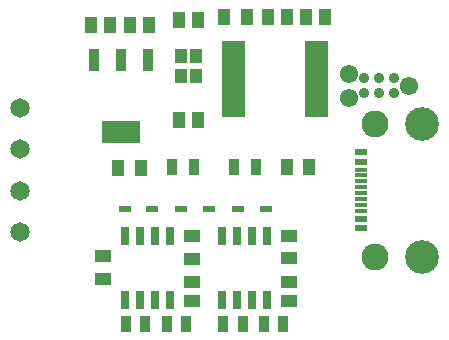
<source format=gbr>
%TF.GenerationSoftware,KiCad,Pcbnew,(5.1.12-1-g0a0a2da680)-1*%
%TF.CreationDate,2023-03-21T19:15:17+01:00*%
%TF.ProjectId,ThermoDeviceLogger,54686572-6d6f-4446-9576-6963654c6f67,rev?*%
%TF.SameCoordinates,Original*%
%TF.FileFunction,Soldermask,Top*%
%TF.FilePolarity,Negative*%
%FSLAX46Y46*%
G04 Gerber Fmt 4.6, Leading zero omitted, Abs format (unit mm)*
G04 Created by KiCad (PCBNEW (5.1.12-1-g0a0a2da680)-1) date 2023-03-21 19:15:17*
%MOMM*%
%LPD*%
G01*
G04 APERTURE LIST*
%ADD10C,0.100000*%
%ADD11C,2.280000*%
%ADD12C,2.850000*%
%ADD13R,1.100000X0.300000*%
%ADD14R,1.100000X0.600000*%
%ADD15R,1.020000X1.470000*%
%ADD16R,1.470000X1.020000*%
%ADD17R,1.075000X0.500000*%
%ADD18R,0.960000X1.390000*%
%ADD19R,3.200000X1.950000*%
%ADD20R,0.900000X1.950000*%
%ADD21R,0.650000X1.525000*%
%ADD22C,1.550000*%
%ADD23C,0.889000*%
%ADD24C,1.650000*%
%ADD25R,0.900000X1.400000*%
%ADD26R,1.000000X1.450000*%
%ADD27R,1.450000X1.000000*%
%ADD28R,1.000000X1.200000*%
G04 APERTURE END LIST*
D10*
G36*
X114700000Y-62900000D02*
G01*
X112800000Y-62900000D01*
X112800000Y-56600000D01*
X114700000Y-56600000D01*
X114700000Y-62900000D01*
G37*
X114700000Y-62900000D02*
X112800000Y-62900000D01*
X112800000Y-56600000D01*
X114700000Y-56600000D01*
X114700000Y-62900000D01*
G36*
X107700000Y-62900000D02*
G01*
X105800000Y-62900000D01*
X105800000Y-56600000D01*
X107700000Y-56600000D01*
X107700000Y-62900000D01*
G37*
X107700000Y-62900000D02*
X105800000Y-62900000D01*
X105800000Y-56600000D01*
X107700000Y-56600000D01*
X107700000Y-62900000D01*
D11*
%TO.C,USB-C*%
X118750000Y-63580000D03*
D12*
X122750000Y-63580000D03*
X122750000Y-74820000D03*
D11*
X118750000Y-74820000D03*
D13*
X117600000Y-70950000D03*
X117600000Y-69950000D03*
X117600000Y-68450000D03*
X117600000Y-67450000D03*
D14*
X117600000Y-66000000D03*
X117600000Y-66800000D03*
D13*
X117600000Y-67950000D03*
X117600000Y-68950000D03*
X117600000Y-69450000D03*
X117600000Y-70450000D03*
D14*
X117600000Y-71600000D03*
X117600000Y-72400000D03*
%TD*%
D15*
%TO.C,C1*%
X98000000Y-55250000D03*
X99600000Y-55250000D03*
%TD*%
%TO.C,C2*%
X96350000Y-55250000D03*
X94750000Y-55250000D03*
%TD*%
%TO.C,C3*%
X109700000Y-54500000D03*
X111300000Y-54500000D03*
%TD*%
%TO.C,C4*%
X114550000Y-54500000D03*
X112950000Y-54500000D03*
%TD*%
%TO.C,C5*%
X102200000Y-54750000D03*
X103800000Y-54750000D03*
%TD*%
%TO.C,C6*%
X103800000Y-63250000D03*
X102200000Y-63250000D03*
%TD*%
D16*
%TO.C,C7*%
X103250000Y-78600000D03*
X103250000Y-77000000D03*
%TD*%
%TO.C,C8*%
X111500000Y-78550000D03*
X111500000Y-76950000D03*
%TD*%
D17*
%TO.C,D1*%
X99912000Y-70750000D03*
X97588000Y-70750000D03*
%TD*%
%TO.C,D2*%
X109500000Y-70750000D03*
X107176000Y-70750000D03*
%TD*%
%TO.C,D3*%
X102382000Y-70750000D03*
X104706000Y-70750000D03*
%TD*%
D18*
%TO.C,FB1*%
X109380000Y-80500000D03*
X111000000Y-80500000D03*
%TD*%
%TO.C,FB2*%
X105940000Y-80500000D03*
X107560000Y-80500000D03*
%TD*%
D19*
%TO.C,IC1*%
X97250000Y-64300000D03*
D20*
X94950000Y-58200000D03*
X97250000Y-58200000D03*
X99550000Y-58200000D03*
%TD*%
D21*
%TO.C,IC2*%
X97595000Y-73038000D03*
X98865000Y-73038000D03*
X100135000Y-73038000D03*
X101405000Y-73038000D03*
X101405000Y-78462000D03*
X100135000Y-78462000D03*
X98865000Y-78462000D03*
X97595000Y-78462000D03*
%TD*%
%TO.C,IC3*%
X105845000Y-73038000D03*
X107115000Y-73038000D03*
X108385000Y-73038000D03*
X109655000Y-73038000D03*
X109655000Y-78462000D03*
X108385000Y-78462000D03*
X107115000Y-78462000D03*
X105845000Y-78462000D03*
%TD*%
D22*
%TO.C,ICSP*%
X116590000Y-59319000D03*
X116590000Y-61351000D03*
X121670000Y-60335000D03*
D23*
X117860000Y-60970000D03*
X117860000Y-59700000D03*
X119130000Y-60970000D03*
X119130000Y-59700000D03*
X120400000Y-60970000D03*
X120400000Y-59700000D03*
%TD*%
D24*
%TO.C,J1*%
X88750000Y-72750000D03*
X88750000Y-69250000D03*
X88750000Y-65750000D03*
X88750000Y-62250000D03*
%TD*%
D25*
%TO.C,LED1*%
X101550000Y-67250000D03*
X103450000Y-67250000D03*
%TD*%
%TO.C,LED2*%
X108700000Y-67250000D03*
X106800000Y-67250000D03*
%TD*%
D18*
%TO.C,LFB1*%
X101130000Y-80500000D03*
X102750000Y-80500000D03*
%TD*%
%TO.C,LFB2*%
X97690000Y-80500000D03*
X99310000Y-80500000D03*
%TD*%
D26*
%TO.C,R1*%
X106000000Y-54500000D03*
X107900000Y-54500000D03*
%TD*%
%TO.C,R2*%
X97050000Y-67290000D03*
X98950000Y-67290000D03*
%TD*%
%TO.C,R3*%
X111300000Y-67250000D03*
X113200000Y-67250000D03*
%TD*%
D27*
%TO.C,R4*%
X111500000Y-73050000D03*
X111500000Y-74950000D03*
%TD*%
%TO.C,R5*%
X95750000Y-74800000D03*
X95750000Y-76700000D03*
%TD*%
%TO.C,R6*%
X103250000Y-73100000D03*
X103250000Y-75000000D03*
%TD*%
D28*
%TO.C,Y1*%
X103650000Y-57800000D03*
X103650000Y-59500000D03*
X102350000Y-59500000D03*
X102350000Y-57800000D03*
%TD*%
%TO.C,U1*%
G36*
G01*
X112800000Y-56950000D02*
X112800000Y-56700000D01*
G75*
G02*
X112925000Y-56575000I125000J0D01*
G01*
X114575000Y-56575000D01*
G75*
G02*
X114700000Y-56700000I0J-125000D01*
G01*
X114700000Y-56950000D01*
G75*
G02*
X114575000Y-57075000I-125000J0D01*
G01*
X112925000Y-57075000D01*
G75*
G02*
X112800000Y-56950000I0J125000D01*
G01*
G37*
G36*
G01*
X112800000Y-57600000D02*
X112800000Y-57350000D01*
G75*
G02*
X112925000Y-57225000I125000J0D01*
G01*
X114575000Y-57225000D01*
G75*
G02*
X114700000Y-57350000I0J-125000D01*
G01*
X114700000Y-57600000D01*
G75*
G02*
X114575000Y-57725000I-125000J0D01*
G01*
X112925000Y-57725000D01*
G75*
G02*
X112800000Y-57600000I0J125000D01*
G01*
G37*
G36*
G01*
X112800000Y-58250000D02*
X112800000Y-58000000D01*
G75*
G02*
X112925000Y-57875000I125000J0D01*
G01*
X114575000Y-57875000D01*
G75*
G02*
X114700000Y-58000000I0J-125000D01*
G01*
X114700000Y-58250000D01*
G75*
G02*
X114575000Y-58375000I-125000J0D01*
G01*
X112925000Y-58375000D01*
G75*
G02*
X112800000Y-58250000I0J125000D01*
G01*
G37*
G36*
G01*
X112800000Y-58900000D02*
X112800000Y-58650000D01*
G75*
G02*
X112925000Y-58525000I125000J0D01*
G01*
X114575000Y-58525000D01*
G75*
G02*
X114700000Y-58650000I0J-125000D01*
G01*
X114700000Y-58900000D01*
G75*
G02*
X114575000Y-59025000I-125000J0D01*
G01*
X112925000Y-59025000D01*
G75*
G02*
X112800000Y-58900000I0J125000D01*
G01*
G37*
G36*
G01*
X112800000Y-59550000D02*
X112800000Y-59300000D01*
G75*
G02*
X112925000Y-59175000I125000J0D01*
G01*
X114575000Y-59175000D01*
G75*
G02*
X114700000Y-59300000I0J-125000D01*
G01*
X114700000Y-59550000D01*
G75*
G02*
X114575000Y-59675000I-125000J0D01*
G01*
X112925000Y-59675000D01*
G75*
G02*
X112800000Y-59550000I0J125000D01*
G01*
G37*
G36*
G01*
X112800000Y-60200000D02*
X112800000Y-59950000D01*
G75*
G02*
X112925000Y-59825000I125000J0D01*
G01*
X114575000Y-59825000D01*
G75*
G02*
X114700000Y-59950000I0J-125000D01*
G01*
X114700000Y-60200000D01*
G75*
G02*
X114575000Y-60325000I-125000J0D01*
G01*
X112925000Y-60325000D01*
G75*
G02*
X112800000Y-60200000I0J125000D01*
G01*
G37*
G36*
G01*
X112800000Y-60850000D02*
X112800000Y-60600000D01*
G75*
G02*
X112925000Y-60475000I125000J0D01*
G01*
X114575000Y-60475000D01*
G75*
G02*
X114700000Y-60600000I0J-125000D01*
G01*
X114700000Y-60850000D01*
G75*
G02*
X114575000Y-60975000I-125000J0D01*
G01*
X112925000Y-60975000D01*
G75*
G02*
X112800000Y-60850000I0J125000D01*
G01*
G37*
G36*
G01*
X112800000Y-61500000D02*
X112800000Y-61250000D01*
G75*
G02*
X112925000Y-61125000I125000J0D01*
G01*
X114575000Y-61125000D01*
G75*
G02*
X114700000Y-61250000I0J-125000D01*
G01*
X114700000Y-61500000D01*
G75*
G02*
X114575000Y-61625000I-125000J0D01*
G01*
X112925000Y-61625000D01*
G75*
G02*
X112800000Y-61500000I0J125000D01*
G01*
G37*
G36*
G01*
X112800000Y-62150000D02*
X112800000Y-61900000D01*
G75*
G02*
X112925000Y-61775000I125000J0D01*
G01*
X114575000Y-61775000D01*
G75*
G02*
X114700000Y-61900000I0J-125000D01*
G01*
X114700000Y-62150000D01*
G75*
G02*
X114575000Y-62275000I-125000J0D01*
G01*
X112925000Y-62275000D01*
G75*
G02*
X112800000Y-62150000I0J125000D01*
G01*
G37*
G36*
G01*
X112800000Y-62800000D02*
X112800000Y-62550000D01*
G75*
G02*
X112925000Y-62425000I125000J0D01*
G01*
X114575000Y-62425000D01*
G75*
G02*
X114700000Y-62550000I0J-125000D01*
G01*
X114700000Y-62800000D01*
G75*
G02*
X114575000Y-62925000I-125000J0D01*
G01*
X112925000Y-62925000D01*
G75*
G02*
X112800000Y-62800000I0J125000D01*
G01*
G37*
G36*
G01*
X105800000Y-62800000D02*
X105800000Y-62550000D01*
G75*
G02*
X105925000Y-62425000I125000J0D01*
G01*
X107575000Y-62425000D01*
G75*
G02*
X107700000Y-62550000I0J-125000D01*
G01*
X107700000Y-62800000D01*
G75*
G02*
X107575000Y-62925000I-125000J0D01*
G01*
X105925000Y-62925000D01*
G75*
G02*
X105800000Y-62800000I0J125000D01*
G01*
G37*
G36*
G01*
X105800000Y-62150000D02*
X105800000Y-61900000D01*
G75*
G02*
X105925000Y-61775000I125000J0D01*
G01*
X107575000Y-61775000D01*
G75*
G02*
X107700000Y-61900000I0J-125000D01*
G01*
X107700000Y-62150000D01*
G75*
G02*
X107575000Y-62275000I-125000J0D01*
G01*
X105925000Y-62275000D01*
G75*
G02*
X105800000Y-62150000I0J125000D01*
G01*
G37*
G36*
G01*
X105800000Y-61500000D02*
X105800000Y-61250000D01*
G75*
G02*
X105925000Y-61125000I125000J0D01*
G01*
X107575000Y-61125000D01*
G75*
G02*
X107700000Y-61250000I0J-125000D01*
G01*
X107700000Y-61500000D01*
G75*
G02*
X107575000Y-61625000I-125000J0D01*
G01*
X105925000Y-61625000D01*
G75*
G02*
X105800000Y-61500000I0J125000D01*
G01*
G37*
G36*
G01*
X105800000Y-60850000D02*
X105800000Y-60600000D01*
G75*
G02*
X105925000Y-60475000I125000J0D01*
G01*
X107575000Y-60475000D01*
G75*
G02*
X107700000Y-60600000I0J-125000D01*
G01*
X107700000Y-60850000D01*
G75*
G02*
X107575000Y-60975000I-125000J0D01*
G01*
X105925000Y-60975000D01*
G75*
G02*
X105800000Y-60850000I0J125000D01*
G01*
G37*
G36*
G01*
X105800000Y-60200000D02*
X105800000Y-59950000D01*
G75*
G02*
X105925000Y-59825000I125000J0D01*
G01*
X107575000Y-59825000D01*
G75*
G02*
X107700000Y-59950000I0J-125000D01*
G01*
X107700000Y-60200000D01*
G75*
G02*
X107575000Y-60325000I-125000J0D01*
G01*
X105925000Y-60325000D01*
G75*
G02*
X105800000Y-60200000I0J125000D01*
G01*
G37*
G36*
G01*
X105800000Y-59550000D02*
X105800000Y-59300000D01*
G75*
G02*
X105925000Y-59175000I125000J0D01*
G01*
X107575000Y-59175000D01*
G75*
G02*
X107700000Y-59300000I0J-125000D01*
G01*
X107700000Y-59550000D01*
G75*
G02*
X107575000Y-59675000I-125000J0D01*
G01*
X105925000Y-59675000D01*
G75*
G02*
X105800000Y-59550000I0J125000D01*
G01*
G37*
G36*
G01*
X105800000Y-58900000D02*
X105800000Y-58650000D01*
G75*
G02*
X105925000Y-58525000I125000J0D01*
G01*
X107575000Y-58525000D01*
G75*
G02*
X107700000Y-58650000I0J-125000D01*
G01*
X107700000Y-58900000D01*
G75*
G02*
X107575000Y-59025000I-125000J0D01*
G01*
X105925000Y-59025000D01*
G75*
G02*
X105800000Y-58900000I0J125000D01*
G01*
G37*
G36*
G01*
X105800000Y-58250000D02*
X105800000Y-58000000D01*
G75*
G02*
X105925000Y-57875000I125000J0D01*
G01*
X107575000Y-57875000D01*
G75*
G02*
X107700000Y-58000000I0J-125000D01*
G01*
X107700000Y-58250000D01*
G75*
G02*
X107575000Y-58375000I-125000J0D01*
G01*
X105925000Y-58375000D01*
G75*
G02*
X105800000Y-58250000I0J125000D01*
G01*
G37*
G36*
G01*
X105800000Y-57600000D02*
X105800000Y-57350000D01*
G75*
G02*
X105925000Y-57225000I125000J0D01*
G01*
X107575000Y-57225000D01*
G75*
G02*
X107700000Y-57350000I0J-125000D01*
G01*
X107700000Y-57600000D01*
G75*
G02*
X107575000Y-57725000I-125000J0D01*
G01*
X105925000Y-57725000D01*
G75*
G02*
X105800000Y-57600000I0J125000D01*
G01*
G37*
G36*
G01*
X105800000Y-56950000D02*
X105800000Y-56700000D01*
G75*
G02*
X105925000Y-56575000I125000J0D01*
G01*
X107575000Y-56575000D01*
G75*
G02*
X107700000Y-56700000I0J-125000D01*
G01*
X107700000Y-56950000D01*
G75*
G02*
X107575000Y-57075000I-125000J0D01*
G01*
X105925000Y-57075000D01*
G75*
G02*
X105800000Y-56950000I0J125000D01*
G01*
G37*
%TD*%
M02*

</source>
